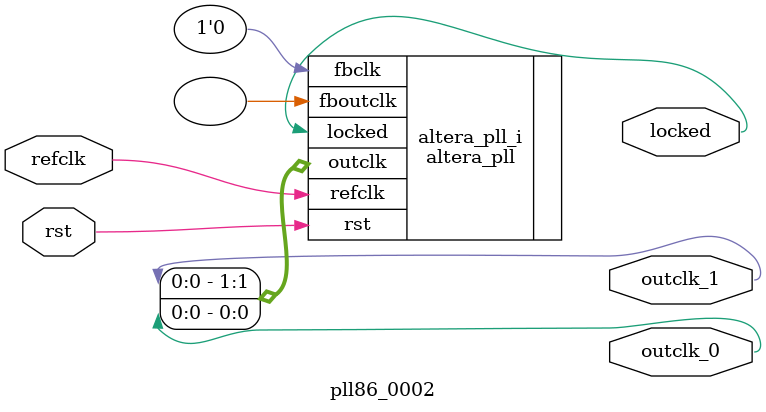
<source format=v>
`timescale 1ns/10ps
module  pll86_0002(

	// interface 'refclk'
	input wire refclk,

	// interface 'reset'
	input wire rst,

	// interface 'outclk0'
	output wire outclk_0,

	// interface 'outclk1'
	output wire outclk_1,

	// interface 'locked'
	output wire locked
);

	altera_pll #(
		.fractional_vco_multiplier("false"),
		.reference_clock_frequency("50.0 MHz"),
		.operation_mode("direct"),
		.number_of_clocks(2),
		.output_clock_frequency0("100.000000 MHz"),
		.phase_shift0("0 ps"),
		.duty_cycle0(50),
		.output_clock_frequency1("36.000000 MHz"),
		.phase_shift1("0 ps"),
		.duty_cycle1(50),
		.output_clock_frequency2("0 MHz"),
		.phase_shift2("0 ps"),
		.duty_cycle2(50),
		.output_clock_frequency3("0 MHz"),
		.phase_shift3("0 ps"),
		.duty_cycle3(50),
		.output_clock_frequency4("0 MHz"),
		.phase_shift4("0 ps"),
		.duty_cycle4(50),
		.output_clock_frequency5("0 MHz"),
		.phase_shift5("0 ps"),
		.duty_cycle5(50),
		.output_clock_frequency6("0 MHz"),
		.phase_shift6("0 ps"),
		.duty_cycle6(50),
		.output_clock_frequency7("0 MHz"),
		.phase_shift7("0 ps"),
		.duty_cycle7(50),
		.output_clock_frequency8("0 MHz"),
		.phase_shift8("0 ps"),
		.duty_cycle8(50),
		.output_clock_frequency9("0 MHz"),
		.phase_shift9("0 ps"),
		.duty_cycle9(50),
		.output_clock_frequency10("0 MHz"),
		.phase_shift10("0 ps"),
		.duty_cycle10(50),
		.output_clock_frequency11("0 MHz"),
		.phase_shift11("0 ps"),
		.duty_cycle11(50),
		.output_clock_frequency12("0 MHz"),
		.phase_shift12("0 ps"),
		.duty_cycle12(50),
		.output_clock_frequency13("0 MHz"),
		.phase_shift13("0 ps"),
		.duty_cycle13(50),
		.output_clock_frequency14("0 MHz"),
		.phase_shift14("0 ps"),
		.duty_cycle14(50),
		.output_clock_frequency15("0 MHz"),
		.phase_shift15("0 ps"),
		.duty_cycle15(50),
		.output_clock_frequency16("0 MHz"),
		.phase_shift16("0 ps"),
		.duty_cycle16(50),
		.output_clock_frequency17("0 MHz"),
		.phase_shift17("0 ps"),
		.duty_cycle17(50),
		.pll_type("General"),
		.pll_subtype("General")
	) altera_pll_i (
		.rst	(rst),
		.outclk	({outclk_1, outclk_0}),
		.locked	(locked),
		.fboutclk	( ),
		.fbclk	(1'b0),
		.refclk	(refclk)
	);
endmodule


</source>
